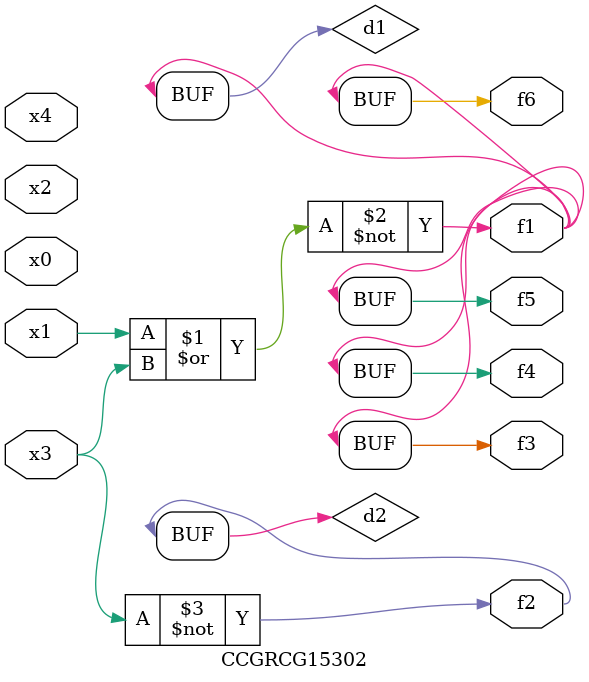
<source format=v>
module CCGRCG15302(
	input x0, x1, x2, x3, x4,
	output f1, f2, f3, f4, f5, f6
);

	wire d1, d2;

	nor (d1, x1, x3);
	not (d2, x3);
	assign f1 = d1;
	assign f2 = d2;
	assign f3 = d1;
	assign f4 = d1;
	assign f5 = d1;
	assign f6 = d1;
endmodule

</source>
